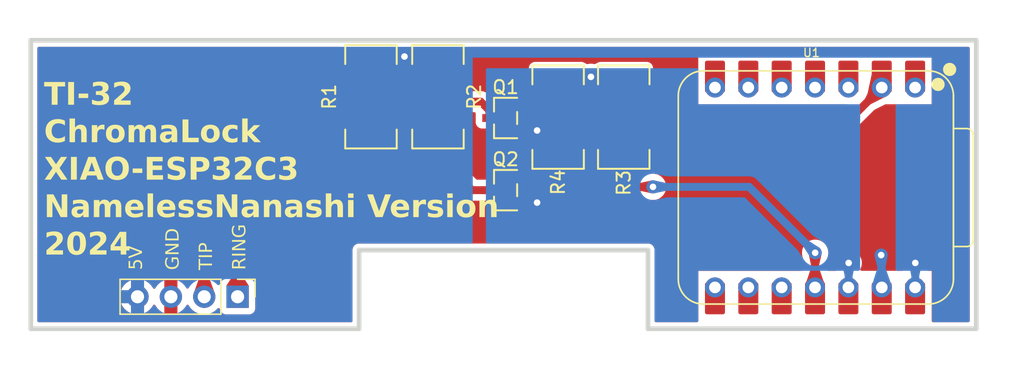
<source format=kicad_pcb>
(kicad_pcb (version 20241229) (generator "pcbnew") (generator_version "9.0")
  (layers (0 "F.Cu" signal) (2 "B.Cu" signal) (13 "F.Paste" user) (15 "B.Paste" user) (5 "F.SilkS" user "F.Silkscreen") (7 "B.SilkS" user "B.Silkscreen") (1 "F.Mask" user) (3 "B.Mask" user) (25 "Edge.Cuts" user))
  (net 0 "")
  (net 1 "RING")
  (net 2 "TIP")
  (net 3 "RING_GPIO")
  (net 4 "TIP_GPIO")
  (net 5 "+5V")
  (net 6 "+3.3V")
  (net 7 "GND")
  (footprint "easyeda2kicad:SOT-23-3_L2.9-W1.6-P1.90-LS2.8-BR" (layer "F.Cu") (at 121.5 58)
    (property "Reference" "Q1" (at 0 -2.35 0) (layer "F.SilkS"))
    (property "Value" "MMBF170")
    (fp_line (start -0.88 -1.54) (end -0.88 -0.49) (stroke (width 0.15)) (layer "F.SilkS"))
    (fp_line (start -0.88 1.54) (end -0.88 0.49) (stroke (width 0.15)) (layer "F.SilkS"))
    (fp_line (start 0.88 -1.54) (end -0.88 -1.54) (stroke (width 0.15)) (layer "F.SilkS"))
    (fp_line (start 0.88 -0.46) (end 0.88 0.46) (stroke (width 0.15)) (layer "F.SilkS"))
    (fp_line (start 0.88 1.54) (end -0.88 1.54) (stroke (width 0.15)) (layer "F.SilkS"))
    (pad "1" smd rect (at 1.24 0.95) (size 1.07 0.6) (layers "F.Cu" "F.Mask" "F.Paste") (net 6 "+3.3V"))
    (pad "2" smd rect (at 1.24 -0.95) (size 1.07 0.6) (layers "F.Cu" "F.Mask" "F.Paste") (net 4 "TIP_GPIO"))
    (pad "3" smd rect (at -1.24 0) (size 1.07 0.6) (layers "F.Cu" "F.Mask" "F.Paste") (net 2 "TIP"))
  )
  (footprint "Connector_PinHeader_2.54mm:PinHeader_1x04_P2.54mm_Vertical" (layer "F.Cu") (at 101.092 71.628 -90)
    (property "Reference" "J1" (hide yes))
    (property "Value" "Conn_01x04" (hide yes))
    (fp_line (start -1.33 8.95) (end 1.33 8.95) (stroke (width 0.12)) (layer "F.SilkS"))
    (fp_line (start -1.33 1.27) (end -1.33 8.95) (stroke (width 0.12)) (layer "F.SilkS"))
    (fp_line (start -1.33 1.27) (end 1.33 1.27) (stroke (width 0.12)) (layer "F.SilkS"))
    (fp_line (start 1.33 1.27) (end 1.33 8.95) (stroke (width 0.12)) (layer "F.SilkS"))
    (fp_line (start -1.33 0) (end -1.33 -1.33) (stroke (width 0.12)) (layer "F.SilkS"))
    (fp_line (start -1.33 -1.33) (end 0 -1.33) (stroke (width 0.12)) (layer "F.SilkS"))
    (pad "1" thru_hole rect (at 0 0 270) (size 1.7 1.7) (drill 1) (layers "*.Cu" "*.Mask") (net 1 "RING"))
    (pad "2" thru_hole oval (at 0 2.54 270) (size 1.7 1.7) (drill 1) (layers "*.Cu" "*.Mask") (net 2 "TIP"))
    (pad "3" thru_hole oval (at 0 5.08 270) (size 1.7 1.7) (drill 1) (layers "*.Cu" "*.Mask") (net 7 "GND"))
    (pad "4" thru_hole oval (at 0 7.62 270) (size 1.7 1.7) (drill 1) (layers "*.Cu" "*.Mask") (net 5 "+5V"))
  )
  (footprint "easyeda2kicad:R2512" (layer "F.Cu") (at 125.5 57.93 90)
    (property "Reference" "R4" (at -4.97 0 90) (layer "F.SilkS"))
    (property "Value" "FRC2512F1001TS")
    (fp_line (start 3.94 -1.96) (end 2.5 -1.96) (stroke (width 0.15)) (layer "F.SilkS"))
    (fp_line (start -3.94 -1.96) (end -2.5 -1.96) (stroke (width 0.15)) (layer "F.SilkS"))
    (fp_line (start 3.94 1.96) (end 3.94 -1.96) (stroke (width 0.15)) (layer "F.SilkS"))
    (fp_line (start 2.5 1.96) (end 3.94 1.96) (stroke (width 0.15)) (layer "F.SilkS"))
    (fp_line (start -2.5 1.96) (end -3.94 1.96) (stroke (width 0.15)) (layer "F.SilkS"))
    (fp_line (start -3.94 1.96) (end -3.94 -1.96) (stroke (width 0.15)) (layer "F.SilkS"))
    (pad "1" smd rect (at -3.07 0 90) (size 1.28 3.46) (layers "F.Cu" "F.Mask" "F.Paste") (net 3 "RING_GPIO"))
    (pad "2" smd rect (at 3.07 0 90) (size 1.28 3.46) (layers "F.Cu" "F.Mask" "F.Paste") (net 6 "+3.3V"))
  )
  (footprint "easyeda2kicad:R2512" (layer "F.Cu") (at 116.35 56.38 90)
    (property "Reference" "R2" (at 0 2.76 90) (layer "F.SilkS"))
    (property "Value" "FRC2512F1001TS")
    (fp_line (start 3.94 -1.96) (end 2.5 -1.96) (stroke (width 0.15)) (layer "F.SilkS"))
    (fp_line (start -3.94 -1.96) (end -2.5 -1.96) (stroke (width 0.15)) (layer "F.SilkS"))
    (fp_line (start 3.94 1.96) (end 3.94 -1.96) (stroke (width 0.15)) (layer "F.SilkS"))
    (fp_line (start 2.5 1.96) (end 3.94 1.96) (stroke (width 0.15)) (layer "F.SilkS"))
    (fp_line (start -2.5 1.96) (end -3.94 1.96) (stroke (width 0.15)) (layer "F.SilkS"))
    (fp_line (start -3.94 1.96) (end -3.94 -1.96) (stroke (width 0.15)) (layer "F.SilkS"))
    (pad "1" smd rect (at -3.07 0 90) (size 1.28 3.46) (layers "F.Cu" "F.Mask" "F.Paste") (net 1 "RING"))
    (pad "2" smd rect (at 3.07 0 90) (size 1.28 3.46) (layers "F.Cu" "F.Mask" "F.Paste") (net 5 "+5V"))
  )
  (footprint "Seeed_Studio_XIAO_Series:XIAO-ESP32-C3-DIP" (layer "F.Cu") (at 145.065 63.295)
    (property "Reference" "U1" (at -0.275 -10.275 0) (layer "F.SilkS") (effects (font (size 0.635 0.635) (thickness 0.1016))))
    (property "Value" "XIAO-ESP32-C3-DIP")
    (fp_line (start -10.414 -6.985) (end -10.414 6.985) (stroke (width 0.127)) (layer "F.SilkS"))
    (fp_line (start -8.509 -8.89) (end 8.636 -8.89) (stroke (width 0.127)) (layer "F.SilkS"))
    (fp_line (start -8.509 8.89) (end 8.636 8.89) (stroke (width 0.127)) (layer "F.SilkS"))
    (fp_line (start 10.541 -4.495) (end 11.551272 -4.491272) (stroke (width 0.127)) (layer "F.SilkS"))
    (fp_line (start 10.541 6.985) (end 10.541 -6.985) (stroke (width 0.1)) (layer "F.SilkS"))
    (fp_line (start 10.541 6.985) (end 10.541 -6.985) (stroke (width 0.127)) (layer "F.SilkS"))
    (fp_line (start 11.551 4.504) (end 10.541 4.504) (stroke (width 0.127)) (layer "F.SilkS"))
    (fp_line (start 12.051 -3.991272) (end 12.051 4.004) (stroke (width 0.127)) (layer "F.SilkS"))
    (fp_arc (start -10.414 -6.985) (mid -9.856038 -8.332038) (end -8.509 -8.89) (stroke (width 0.127)) (layer "F.SilkS"))
    (fp_arc (start -8.509 8.89) (mid -9.856038 8.332038) (end -10.414 6.985) (stroke (width 0.127)) (layer "F.SilkS"))
    (fp_arc (start 8.636 -8.89) (mid 9.983038 -8.332038) (end 10.541 -6.985) (stroke (width 0.127)) (layer "F.SilkS"))
    (fp_arc (start 10.541 6.985) (mid 9.983038 8.332038) (end 8.636 8.89) (stroke (width 0.127)) (layer "F.SilkS"))
    (fp_arc (start 11.551272 -4.491272) (mid 11.904644 -4.344724) (end 12.051 -3.991272) (stroke (width 0.127)) (layer "F.SilkS"))
    (fp_arc (start 12.051 4.004) (mid 11.904553 4.357553) (end 11.551 4.504) (stroke (width 0.127)) (layer "F.SilkS"))
    (fp_circle (center 9.37 -7.857) (end 9.624 -7.857) (stroke (width 0.5)) (fill yes) (layer "F.SilkS"))
    (fp_circle (center 10.25 -9) (end 10.504 -9) (stroke (width 0.5)) (fill yes) (layer "F.SilkS"))
    (pad "1" smd roundrect (at 7.62 -8.455 90) (size 2.432 1.524) (layers "F.Cu" "F.Mask") (roundrect_rratio 0.1))
    (pad "1" thru_hole circle (at 7.62 -7.62 90) (size 1.524 1.524) (drill 0.889) (layers "*.Cu" "*.Mask"))
    (pad "2" smd roundrect (at 5.08 -8.455 90) (size 2.432 1.524) (layers "F.Cu" "F.Mask") (roundrect_rratio 0.1) (net 4 "TIP_GPIO"))
    (pad "2" thru_hole circle (at 5.08 -7.62 90) (size 1.524 1.524) (drill 0.889) (layers "*.Cu" "*.Mask") (net 4 "TIP_GPIO"))
    (pad "3" smd roundrect (at 2.54 -8.455 90) (size 2.432 1.524) (layers "F.Cu" "F.Mask") (roundrect_rratio 0.1))
    (pad "3" thru_hole circle (at 2.54 -7.62 90) (size 1.524 1.524) (drill 0.889) (layers "*.Cu" "*.Mask"))
    (pad "4" smd roundrect (at 0 -8.455 90) (size 2.432 1.524) (layers "F.Cu" "F.Mask") (roundrect_rratio 0.1))
    (pad "4" thru_hole circle (at 0 -7.62 90) (size 1.524 1.524) (drill 0.889) (layers "*.Cu" "*.Mask"))
    (pad "5" smd roundrect (at -2.54 -8.455 90) (size 2.432 1.524) (layers "F.Cu" "F.Mask") (roundrect_rratio 0.1))
    (pad "5" thru_hole circle (at -2.54 -7.62 90) (size 1.524 1.524) (drill 0.889) (layers "*.Cu" "*.Mask"))
    (pad "6" smd roundrect (at -5.08 -8.455 90) (size 2.432 1.524) (layers "F.Cu" "F.Mask") (roundrect_rratio 0.1))
    (pad "6" thru_hole circle (at -5.08 -7.62 90) (size 1.524 1.524) (drill 0.889) (layers "*.Cu" "*.Mask"))
    (pad "7" smd roundrect (at -7.62 -8.455 90) (size 2.432 1.524) (layers "F.Cu" "F.Mask") (roundrect_rratio 0.1))
    (pad "7" thru_hole circle (at -7.62 -7.62 90) (size 1.524 1.524) (drill 0.889) (layers "*.Cu" "*.Mask"))
    (pad "8" thru_hole circle (at -7.62 7.62 270) (size 1.524 1.524) (drill 0.889) (layers "*.Cu" "*.Mask"))
    (pad "8" smd roundrect (at -7.62 8.455 270) (size 2.432 1.524) (layers "F.Cu" "F.Mask") (roundrect_rratio 0.1))
    (pad "9" thru_hole circle (at -5.08 7.62 270) (size 1.524 1.524) (drill 0.889) (layers "*.Cu" "*.Mask"))
    (pad "9" smd roundrect (at -5.08 8.455 270) (size 2.432 1.524) (layers "F.Cu" "F.Mask") (roundrect_rratio 0.1))
    (pad "10" thru_hole circle (at -2.54 7.62 270) (size 1.524 1.524) (drill 0.889) (layers "*.Cu" "*.Mask"))
    (pad "10" smd roundrect (at -2.54 8.455 270) (size 2.432 1.524) (layers "F.Cu" "F.Mask") (roundrect_rratio 0.1))
    (pad "11" thru_hole circle (at 0 7.62 270) (size 1.524 1.524) (drill 0.889) (layers "*.Cu" "*.Mask") (net 3 "RING_GPIO"))
    (pad "11" smd roundrect (at 0 8.455 270) (size 2.432 1.524) (layers "F.Cu" "F.Mask") (roundrect_rratio 0.1) (net 3 "RING_GPIO"))
    (pad "12" thru_hole circle (at 2.54 7.62 270) (size 1.524 1.524) (drill 0.889) (layers "*.Cu" "*.Mask") (net 6 "+3.3V"))
    (pad "12" smd roundrect (at 2.54 8.455 270) (size 2.432 1.524) (layers "F.Cu" "F.Mask") (roundrect_rratio 0.1) (net 6 "+3.3V"))
    (pad "13" thru_hole circle (at 5.08 7.62 270) (size 1.524 1.524) (drill 0.889) (layers "*.Cu" "*.Mask") (net 7 "GND"))
    (pad "13" smd roundrect (at 5.08 8.455 270) (size 2.432 1.524) (layers "F.Cu" "F.Mask") (roundrect_rratio 0.1) (net 7 "GND"))
    (pad "14" thru_hole circle (at 7.62 7.62 270) (size 1.524 1.524) (drill 0.889) (layers "*.Cu" "*.Mask") (net 5 "+5V"))
    (pad "14" smd roundrect (at 7.62 8.455 270) (size 2.432 1.524) (layers "F.Cu" "F.Mask") (roundrect_rratio 0.1) (net 5 "+5V"))
  )
  (footprint "easyeda2kicad:R2512" (layer "F.Cu") (at 130.5 57.93 90)
    (property "Reference" "R3" (at -5.02 0 90) (layer "F.SilkS"))
    (property "Value" "FRC2512F1001TS")
    (fp_line (start 3.94 -1.96) (end 2.5 -1.96) (stroke (width 0.15)) (layer "F.SilkS"))
    (fp_line (start -3.94 -1.96) (end -2.5 -1.96) (stroke (width 0.15)) (layer "F.SilkS"))
    (fp_line (start 3.94 1.96) (end 3.94 -1.96) (stroke (width 0.15)) (layer "F.SilkS"))
    (fp_line (start 2.5 1.96) (end 3.94 1.96) (stroke (width 0.15)) (layer "F.SilkS"))
    (fp_line (start -2.5 1.96) (end -3.94 1.96) (stroke (width 0.15)) (layer "F.SilkS"))
    (fp_line (start -3.94 1.96) (end -3.94 -1.96) (stroke (width 0.15)) (layer "F.SilkS"))
    (pad "1" smd rect (at -3.07 0 90) (size 1.28 3.46) (layers "F.Cu" "F.Mask" "F.Paste") (net 4 "TIP_GPIO"))
    (pad "2" smd rect (at 3.07 0 90) (size 1.28 3.46) (layers "F.Cu" "F.Mask" "F.Paste") (net 6 "+3.3V"))
  )
  (footprint "easyeda2kicad:SOT-23-3_L2.9-W1.6-P1.90-LS2.8-BR" (layer "F.Cu") (at 121.5 63.5)
    (property "Reference" "Q2" (at 0 -2.35 0) (layer "F.SilkS"))
    (property "Value" "MMBF170")
    (fp_line (start -0.88 -1.54) (end -0.88 -0.49) (stroke (width 0.15)) (layer "F.SilkS"))
    (fp_line (start -0.88 1.54) (end -0.88 0.49) (stroke (width 0.15)) (layer "F.SilkS"))
    (fp_line (start 0.88 -1.54) (end -0.88 -1.54) (stroke (width 0.15)) (layer "F.SilkS"))
    (fp_line (start 0.88 -0.46) (end 0.88 0.46) (stroke (width 0.15)) (layer "F.SilkS"))
    (fp_line (start 0.88 1.54) (end -0.88 1.54) (stroke (width 0.15)) (layer "F.SilkS"))
    (pad "1" smd rect (at 1.24 0.95) (size 1.07 0.6) (layers "F.Cu" "F.Mask" "F.Paste") (net 6 "+3.3V"))
    (pad "2" smd rect (at 1.24 -0.95) (size 1.07 0.6) (layers "F.Cu" "F.Mask" "F.Paste") (net 3 "RING_GPIO"))
    (pad "3" smd rect (at -1.24 0) (size 1.07 0.6) (layers "F.Cu" "F.Mask" "F.Paste") (net 1 "RING"))
  )
  (footprint "easyeda2kicad:R2512" (layer "F.Cu") (at 111.25 56.38 90)
    (property "Reference" "R1" (at 0 -3.18 90) (layer "F.SilkS"))
    (property "Value" "FRC2512F1001TS")
    (fp_line (start 3.94 -1.96) (end 2.5 -1.96) (stroke (width 0.15)) (layer "F.SilkS"))
    (fp_line (start -3.94 -1.96) (end -2.5 -1.96) (stroke (width 0.15)) (layer "F.SilkS"))
    (fp_line (start 3.94 1.96) (end 3.94 -1.96) (stroke (width 0.15)) (layer "F.SilkS"))
    (fp_line (start 2.5 1.96) (end 3.94 1.96) (stroke (width 0.15)) (layer "F.SilkS"))
    (fp_line (start -2.5 1.96) (end -3.94 1.96) (stroke (width 0.15)) (layer "F.SilkS"))
    (fp_line (start -3.94 1.96) (end -3.94 -1.96) (stroke (width 0.15)) (layer "F.SilkS"))
    (pad "1" smd rect (at -3.07 0 90) (size 1.28 3.46) (layers "F.Cu" "F.Mask" "F.Paste") (net 2 "TIP"))
    (pad "2" smd rect (at 3.07 0 90) (size 1.28 3.46) (layers "F.Cu" "F.Mask" "F.Paste") (net 5 "+5V"))
  )
  (gr_line (start 110.344021 74.070204) (end 110.344021 68.070051) (stroke (width 0.35738)) (layer "Edge.Cuts"))
  (gr_line (start 132.344233 74.070204) (end 157.344263 74.070204) (stroke (width 0.35738)) (layer "Edge.Cuts"))
  (gr_line (start 157.344263 74.070204) (end 157.344263 52.07) (stroke (width 0.35738)) (layer "Edge.Cuts"))
  (gr_line (start 132.344233 68.070051) (end 132.344233 74.070204) (stroke (width 0.35738)) (layer "Edge.Cuts"))
  (gr_line (start 110.344013 52.07) (end 85.344 52.07) (stroke (width 0.35738)) (layer "Edge.Cuts"))
  (gr_line (start 85.344 52.07) (end 85.344 74.070204) (stroke (width 0.35738)) (layer "Edge.Cuts"))
  (gr_line (start 85.344 74.070204) (end 110.344021 74.070204) (stroke (width 0.35738)) (layer "Edge.Cuts"))
  (gr_line (start 132.344217 52.07) (end 110.344013 52.07) (stroke (width 0.35738)) (layer "Edge.Cuts"))
  (gr_line (start 157.344263 52.07) (end 132.344217 52.07) (stroke (width 0.35738)) (layer "Edge.Cuts"))
  (gr_line (start 110.344021 68.070051) (end 132.344233 68.070051) (stroke (width 0.35738)) (layer "Edge.Cuts"))
  (gr_text "RING" (at 101.854 69.596 90) (layer "F.SilkS") (effects (font (size 1 1)) (justify left bottom)))
  (gr_text "GND" (at 96.774 69.596 90) (layer "F.SilkS") (effects (font (size 1 1)) (justify left bottom)))
  (gr_text "TIP\n" (at 99.314 69.596 90) (layer "F.SilkS") (effects (font (size 1 1)) (justify left bottom)))
  (gr_text "5V" (at 93.98 69.596 90) (layer "F.SilkS") (effects (font (size 1 1)) (justify left bottom)))
  (gr_text "TI-32\nChromaLock\nXIAO-ESP32C3\nNamelessNanashi Version\n2024" (at 86.35 68.7 0) (layer "F.SilkS") (effects (font (size 1.7 1.7) (thickness 0.2) (bold yes)) (justify left bottom)))
  (segment (start 101.092 69.558) (end 101.092 71.628) (width 0.6) (layer "F.Cu") (net 1))
  (segment (start 118.95 63.5) (end 116.35 60.9) (width 0.6) (layer "F.Cu") (net 1))
  (segment (start 106.35 64.3) (end 101.092 69.558) (width 0.6) (layer "F.Cu") (net 1))
  (segment (start 116.35 60.9) (end 112.95 64.3) (width 0.6) (layer "F.Cu") (net 1))
  (segment (start 116.35 59.45) (end 116.35 60.9) (width 0.6) (layer "F.Cu") (net 1))
  (segment (start 112.95 64.3) (end 106.35 64.3) (width 0.6) (layer "F.Cu") (net 1))
  (segment (start 120.26 63.5) (end 118.95 63.5) (width 0.6) (layer "F.Cu") (net 1))
  (segment (start 119.6 56.75) (end 112.55 56.75) (width 0.6) (layer "F.Cu") (net 2))
  (segment (start 120.26 58) (end 120.26 57.41) (width 0.6) (layer "F.Cu") (net 2))
  (segment (start 111.25 58.05) (end 111.25 59.45) (width 0.6) (layer "F.Cu") (net 2))
  (segment (start 98.552 67.648) (end 106.75 59.45) (width 0.6) (layer "F.Cu") (net 2))
  (segment (start 120.26 57.41) (end 119.6 56.75) (width 0.6) (layer "F.Cu") (net 2))
  (segment (start 98.552 67.648) (end 98.552 71.628) (width 0.6) (layer "F.Cu") (net 2))
  (segment (start 106.75 59.45) (end 111.25 59.45) (width 0.6) (layer "F.Cu") (net 2))
  (segment (start 112.55 56.75) (end 111.25 58.05) (width 0.6) (layer "F.Cu") (net 2))
  (segment (start 125.5 61) (end 127.75 63.25) (width 0.6) (layer "F.Cu") (net 3))
  (segment (start 145.065 70.915) (end 145.065 68.285) (width 0.6) (layer "F.Cu") (net 3))
  (segment (start 122.74 61.51) (end 123.25 61) (width 0.6) (layer "F.Cu") (net 3))
  (segment (start 122.74 62.55) (end 122.74 61.51) (width 0.6) (layer "F.Cu") (net 3))
  (segment (start 132.725 63.25) (end 132.25 63.25) (width 0.6) (layer "F.Cu") (net 3))
  (segment (start 127.75 63.25) (end 132.725 63.25) (width 0.6) (layer "F.Cu") (net 3))
  (segment (start 123.25 61) (end 125.5 61) (width 0.6) (layer "F.Cu") (net 3))
  (segment (start 145.065 68.285) (end 145.075 68.275) (width 0.6) (layer "F.Cu") (net 3))
  (via (at 145.075 68.275) (size 1) (drill 0.5) (layers "F.Cu" "B.Cu") (net 3))
  (via (at 132.725 63.25) (size 1) (drill 0.5) (layers "F.Cu" "B.Cu") (net 3))
  (segment (start 132.725 63.25) (end 140.05 63.25) (width 0.6) (layer "B.Cu") (net 3))
  (segment (start 140.05 63.25) (end 145.075 68.275) (width 0.6) (layer "B.Cu") (net 3))
  (segment (start 130.5 61) (end 126.55 57.05) (width 0.6) (layer "F.Cu") (net 4))
  (segment (start 132.5 61) (end 135.3 58.2) (width 0.6) (layer "F.Cu") (net 4))
  (segment (start 130.5 61) (end 132.5 61) (width 0.6) (layer "F.Cu") (net 4))
  (segment (start 135.3 58.2) (end 147.62 58.2) (width 0.6) (layer "F.Cu") (net 4))
  (segment (start 149.86 56.04) (end 149.86 54.701) (width 0.6) (layer "F.Cu") (net 4))
  (segment (start 126.55 57.05) (end 122.74 57.05) (width 0.6) (layer "F.Cu") (net 4))
  (segment (start 147.62 58.2) (end 150.145 55.675) (width 0.6) (layer "F.Cu") (net 4))
  (segment (start 111.25 53.31) (end 113.8 53.31) (width 0.6) (layer "F.Cu") (net 5))
  (segment (start 116.34 53) (end 116.35 53.01) (width 0.6) (layer "F.Cu") (net 5))
  (segment (start 116.35 53.31) (end 113.8 53.31) (width 0.6) (layer "F.Cu") (net 5))
  (segment (start 111.26 53) (end 111.25 53.01) (width 0.6) (layer "F.Cu") (net 5))
  (via (at 113.8 53.31) (size 1) (drill 0.5) (layers "F.Cu" "B.Cu") (net 5))
  (via (at 152.7 69.05) (size 1) (drill 0.5) (layers "F.Cu" "B.Cu") (net 5))
  (segment (start 152.7 70.9) (end 152.685 70.915) (width 0.6) (layer "B.Cu") (net 5))
  (segment (start 152.7 69.05) (end 152.7 70.9) (width 0.6) (layer "B.Cu") (net 5))
  (segment (start 123.9 64.45) (end 122.74 64.45) (width 0.6) (layer "F.Cu") (net 6))
  (segment (start 122.74 58.95) (end 123.9 58.95) (width 0.6) (layer "F.Cu") (net 6))
  (segment (start 128 54.86) (end 130.5 54.86) (width 0.6) (layer "F.Cu") (net 6))
  (segment (start 125.5 54.86) (end 128 54.86) (width 0.6) (layer "F.Cu") (net 6))
  (via (at 147.625 69.05) (size 1) (drill 0.5) (layers "F.Cu" "B.Cu") (net 6))
  (via (at 123.9 58.95) (size 1) (drill 0.5) (layers "F.Cu" "B.Cu") (net 6))
  (via (at 128 54.86) (size 1) (drill 0.5) (layers "F.Cu" "B.Cu") (net 6))
  (via (at 123.9 64.45) (size 1) (drill 0.5) (layers "F.Cu" "B.Cu") (net 6))
  (segment (start 147.625 69.05) (end 147.625 70.895) (width 0.6) (layer "B.Cu") (net 6))
  (segment (start 147.625 70.895) (end 147.605 70.915) (width 0.6) (layer "B.Cu") (net 6))
  (via (at 150.1 68.45) (size 1) (drill 0.5) (layers "F.Cu" "B.Cu") (net 7))
  (segment (start 150.125 70.895) (end 150.145 70.915) (width 0.6) (layer "B.Cu") (net 7))
  (segment (start 150.125 68.475) (end 150.125 70.895) (width 0.6) (layer "B.Cu") (net 7))
  (segment (start 150.1 68.45) (end 150.125 68.475) (width 0.6) (layer "B.Cu") (net 7))
  (zone (net 0) (net_name "") (layer "F.Cu") (connect_pads (clearance 0)) (min_thickness 0.25)
    (keepout (tracks allowed) (vias allowed) (pads allowed) (copperpour not_allowed) (footprints allowed))
    (fill (thermal_gap 0.5) (thermal_bridge_width 0.5))
    (polygon (pts (xy 136.175 69.652712) (xy 136.175 73.7) (xy 153.95 73.7) (xy 153.95 69.652712)))
  )
  (zone (net 0) (net_name "") (layer "F.Cu") (connect_pads (clearance 0)) (min_thickness 0.25)
    (keepout (tracks allowed) (vias allowed) (pads allowed) (copperpour not_allowed) (footprints allowed))
    (fill (thermal_gap 0.5) (thermal_bridge_width 0.5))
    (polygon (pts (xy 136.175 53.125) (xy 136.175 56.95) (xy 153.95 56.95) (xy 153.95 53.125)))
  )
  (zone (net 7) (net_name "GND") (layer "F.Cu") (priority 1) (connect_pads (clearance 0.5)) (min_thickness 0.2) (fill yes (thermal_gap 0.5) (thermal_bridge_width 1) (island_removal_mode 1) (island_area_min 10))
    (polygon (pts (xy 159 76) (xy 159 50) (xy 83 50) (xy 83 76)))
  )
  (zone (net 0) (net_name "") (layer "B.Cu") (connect_pads (clearance 0)) (min_thickness 0.25)
    (keepout (tracks allowed) (vias allowed) (pads allowed) (copperpour not_allowed) (footprints allowed))
    (fill (thermal_gap 0.5) (thermal_bridge_width 0.5))
    (polygon (pts (xy 136.175 73.875) (xy 136.175 69.65) (xy 153.975 69.65) (xy 153.975 73.925) (xy 136.175 73.925)))
  )
  (zone (net 5) (net_name "+5V") (layer "B.Cu") (priority 1) (connect_pads (clearance 0.5)) (min_thickness 0.25) (fill yes (thermal_gap 0.5) (thermal_bridge_width 1))
    (polygon (pts (xy 84 77) (xy 84 49) (xy 161 49) (xy 161 76.635) (xy 151.2 76.635) (xy 151.2 53.4) (xy 119 53.4) (xy 119 77)))
  )
  (zone (net 6) (net_name "+3.3V") (layer "B.Cu") (priority 2) (connect_pads (clearance 0.5)) (min_thickness 0.25) (fill yes (thermal_gap 0.5) (thermal_bridge_width 1))
    (polygon (pts (xy 148.5 77) (xy 120 77) (xy 120 54.2) (xy 148.5 54.2)))
  )
  (zone (net 0) (net_name "") (layer "B.Cu") (connect_pads (clearance 0)) (min_thickness 0.25)
    (keepout (tracks allowed) (vias allowed) (pads allowed) (copperpour not_allowed) (footprints allowed))
    (fill (thermal_gap 0.5) (thermal_bridge_width 0.5))
    (polygon (pts (xy 136.175 56.95) (xy 136.175 53.4) (xy 153.95 53.4) (xy 153.95 56.95)))
  )
)
</source>
